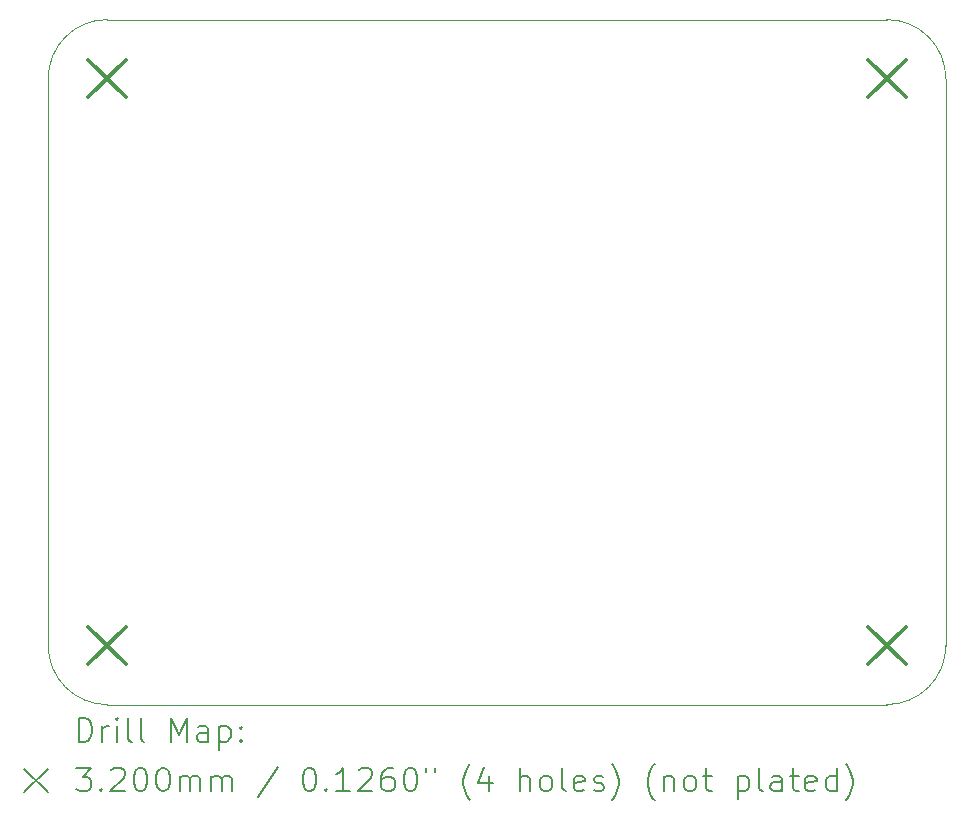
<source format=gbr>
%TF.GenerationSoftware,KiCad,Pcbnew,8.0.7*%
%TF.CreationDate,2024-12-28T15:19:10+07:00*%
%TF.ProjectId,Teensy4.0PCB,5465656e-7379-4342-9e30-5043422e6b69,rev?*%
%TF.SameCoordinates,Original*%
%TF.FileFunction,Drillmap*%
%TF.FilePolarity,Positive*%
%FSLAX45Y45*%
G04 Gerber Fmt 4.5, Leading zero omitted, Abs format (unit mm)*
G04 Created by KiCad (PCBNEW 8.0.7) date 2024-12-28 15:19:10*
%MOMM*%
%LPD*%
G01*
G04 APERTURE LIST*
%ADD10C,0.050000*%
%ADD11C,0.200000*%
%ADD12C,0.320000*%
G04 APERTURE END LIST*
D10*
X18000000Y-6620000D02*
X11400000Y-6620000D01*
X18500000Y-11920000D02*
X18500000Y-7120000D01*
X11400000Y-12420000D02*
G75*
G02*
X10900000Y-11920000I0J500000D01*
G01*
X11400000Y-12420000D02*
X18000000Y-12420000D01*
X18500000Y-11920000D02*
G75*
G02*
X18000000Y-12420000I-500000J0D01*
G01*
X10900000Y-7120000D02*
G75*
G02*
X11400000Y-6620000I500000J0D01*
G01*
X10900000Y-7120000D02*
X10900000Y-11920000D01*
X18000000Y-6620000D02*
G75*
G02*
X18500000Y-7120000I0J-500000D01*
G01*
D11*
D12*
X11240000Y-6960000D02*
X11560000Y-7280000D01*
X11560000Y-6960000D02*
X11240000Y-7280000D01*
X11240000Y-11760000D02*
X11560000Y-12080000D01*
X11560000Y-11760000D02*
X11240000Y-12080000D01*
X17840000Y-6960000D02*
X18160000Y-7280000D01*
X18160000Y-6960000D02*
X17840000Y-7280000D01*
X17840000Y-11760000D02*
X18160000Y-12080000D01*
X18160000Y-11760000D02*
X17840000Y-12080000D01*
D11*
X11158277Y-12733984D02*
X11158277Y-12533984D01*
X11158277Y-12533984D02*
X11205896Y-12533984D01*
X11205896Y-12533984D02*
X11234467Y-12543508D01*
X11234467Y-12543508D02*
X11253515Y-12562555D01*
X11253515Y-12562555D02*
X11263039Y-12581603D01*
X11263039Y-12581603D02*
X11272562Y-12619698D01*
X11272562Y-12619698D02*
X11272562Y-12648269D01*
X11272562Y-12648269D02*
X11263039Y-12686365D01*
X11263039Y-12686365D02*
X11253515Y-12705412D01*
X11253515Y-12705412D02*
X11234467Y-12724460D01*
X11234467Y-12724460D02*
X11205896Y-12733984D01*
X11205896Y-12733984D02*
X11158277Y-12733984D01*
X11358277Y-12733984D02*
X11358277Y-12600650D01*
X11358277Y-12638746D02*
X11367801Y-12619698D01*
X11367801Y-12619698D02*
X11377324Y-12610174D01*
X11377324Y-12610174D02*
X11396372Y-12600650D01*
X11396372Y-12600650D02*
X11415420Y-12600650D01*
X11482086Y-12733984D02*
X11482086Y-12600650D01*
X11482086Y-12533984D02*
X11472562Y-12543508D01*
X11472562Y-12543508D02*
X11482086Y-12553031D01*
X11482086Y-12553031D02*
X11491610Y-12543508D01*
X11491610Y-12543508D02*
X11482086Y-12533984D01*
X11482086Y-12533984D02*
X11482086Y-12553031D01*
X11605896Y-12733984D02*
X11586848Y-12724460D01*
X11586848Y-12724460D02*
X11577324Y-12705412D01*
X11577324Y-12705412D02*
X11577324Y-12533984D01*
X11710658Y-12733984D02*
X11691610Y-12724460D01*
X11691610Y-12724460D02*
X11682086Y-12705412D01*
X11682086Y-12705412D02*
X11682086Y-12533984D01*
X11939229Y-12733984D02*
X11939229Y-12533984D01*
X11939229Y-12533984D02*
X12005896Y-12676841D01*
X12005896Y-12676841D02*
X12072562Y-12533984D01*
X12072562Y-12533984D02*
X12072562Y-12733984D01*
X12253515Y-12733984D02*
X12253515Y-12629222D01*
X12253515Y-12629222D02*
X12243991Y-12610174D01*
X12243991Y-12610174D02*
X12224943Y-12600650D01*
X12224943Y-12600650D02*
X12186848Y-12600650D01*
X12186848Y-12600650D02*
X12167801Y-12610174D01*
X12253515Y-12724460D02*
X12234467Y-12733984D01*
X12234467Y-12733984D02*
X12186848Y-12733984D01*
X12186848Y-12733984D02*
X12167801Y-12724460D01*
X12167801Y-12724460D02*
X12158277Y-12705412D01*
X12158277Y-12705412D02*
X12158277Y-12686365D01*
X12158277Y-12686365D02*
X12167801Y-12667317D01*
X12167801Y-12667317D02*
X12186848Y-12657793D01*
X12186848Y-12657793D02*
X12234467Y-12657793D01*
X12234467Y-12657793D02*
X12253515Y-12648269D01*
X12348753Y-12600650D02*
X12348753Y-12800650D01*
X12348753Y-12610174D02*
X12367801Y-12600650D01*
X12367801Y-12600650D02*
X12405896Y-12600650D01*
X12405896Y-12600650D02*
X12424943Y-12610174D01*
X12424943Y-12610174D02*
X12434467Y-12619698D01*
X12434467Y-12619698D02*
X12443991Y-12638746D01*
X12443991Y-12638746D02*
X12443991Y-12695888D01*
X12443991Y-12695888D02*
X12434467Y-12714936D01*
X12434467Y-12714936D02*
X12424943Y-12724460D01*
X12424943Y-12724460D02*
X12405896Y-12733984D01*
X12405896Y-12733984D02*
X12367801Y-12733984D01*
X12367801Y-12733984D02*
X12348753Y-12724460D01*
X12529705Y-12714936D02*
X12539229Y-12724460D01*
X12539229Y-12724460D02*
X12529705Y-12733984D01*
X12529705Y-12733984D02*
X12520182Y-12724460D01*
X12520182Y-12724460D02*
X12529705Y-12714936D01*
X12529705Y-12714936D02*
X12529705Y-12733984D01*
X12529705Y-12610174D02*
X12539229Y-12619698D01*
X12539229Y-12619698D02*
X12529705Y-12629222D01*
X12529705Y-12629222D02*
X12520182Y-12619698D01*
X12520182Y-12619698D02*
X12529705Y-12610174D01*
X12529705Y-12610174D02*
X12529705Y-12629222D01*
X10697500Y-12962500D02*
X10897500Y-13162500D01*
X10897500Y-12962500D02*
X10697500Y-13162500D01*
X11139229Y-12953984D02*
X11263039Y-12953984D01*
X11263039Y-12953984D02*
X11196372Y-13030174D01*
X11196372Y-13030174D02*
X11224943Y-13030174D01*
X11224943Y-13030174D02*
X11243991Y-13039698D01*
X11243991Y-13039698D02*
X11253515Y-13049222D01*
X11253515Y-13049222D02*
X11263039Y-13068269D01*
X11263039Y-13068269D02*
X11263039Y-13115888D01*
X11263039Y-13115888D02*
X11253515Y-13134936D01*
X11253515Y-13134936D02*
X11243991Y-13144460D01*
X11243991Y-13144460D02*
X11224943Y-13153984D01*
X11224943Y-13153984D02*
X11167801Y-13153984D01*
X11167801Y-13153984D02*
X11148753Y-13144460D01*
X11148753Y-13144460D02*
X11139229Y-13134936D01*
X11348753Y-13134936D02*
X11358277Y-13144460D01*
X11358277Y-13144460D02*
X11348753Y-13153984D01*
X11348753Y-13153984D02*
X11339229Y-13144460D01*
X11339229Y-13144460D02*
X11348753Y-13134936D01*
X11348753Y-13134936D02*
X11348753Y-13153984D01*
X11434467Y-12973031D02*
X11443991Y-12963508D01*
X11443991Y-12963508D02*
X11463039Y-12953984D01*
X11463039Y-12953984D02*
X11510658Y-12953984D01*
X11510658Y-12953984D02*
X11529705Y-12963508D01*
X11529705Y-12963508D02*
X11539229Y-12973031D01*
X11539229Y-12973031D02*
X11548753Y-12992079D01*
X11548753Y-12992079D02*
X11548753Y-13011127D01*
X11548753Y-13011127D02*
X11539229Y-13039698D01*
X11539229Y-13039698D02*
X11424943Y-13153984D01*
X11424943Y-13153984D02*
X11548753Y-13153984D01*
X11672562Y-12953984D02*
X11691610Y-12953984D01*
X11691610Y-12953984D02*
X11710658Y-12963508D01*
X11710658Y-12963508D02*
X11720182Y-12973031D01*
X11720182Y-12973031D02*
X11729705Y-12992079D01*
X11729705Y-12992079D02*
X11739229Y-13030174D01*
X11739229Y-13030174D02*
X11739229Y-13077793D01*
X11739229Y-13077793D02*
X11729705Y-13115888D01*
X11729705Y-13115888D02*
X11720182Y-13134936D01*
X11720182Y-13134936D02*
X11710658Y-13144460D01*
X11710658Y-13144460D02*
X11691610Y-13153984D01*
X11691610Y-13153984D02*
X11672562Y-13153984D01*
X11672562Y-13153984D02*
X11653515Y-13144460D01*
X11653515Y-13144460D02*
X11643991Y-13134936D01*
X11643991Y-13134936D02*
X11634467Y-13115888D01*
X11634467Y-13115888D02*
X11624943Y-13077793D01*
X11624943Y-13077793D02*
X11624943Y-13030174D01*
X11624943Y-13030174D02*
X11634467Y-12992079D01*
X11634467Y-12992079D02*
X11643991Y-12973031D01*
X11643991Y-12973031D02*
X11653515Y-12963508D01*
X11653515Y-12963508D02*
X11672562Y-12953984D01*
X11863039Y-12953984D02*
X11882086Y-12953984D01*
X11882086Y-12953984D02*
X11901134Y-12963508D01*
X11901134Y-12963508D02*
X11910658Y-12973031D01*
X11910658Y-12973031D02*
X11920182Y-12992079D01*
X11920182Y-12992079D02*
X11929705Y-13030174D01*
X11929705Y-13030174D02*
X11929705Y-13077793D01*
X11929705Y-13077793D02*
X11920182Y-13115888D01*
X11920182Y-13115888D02*
X11910658Y-13134936D01*
X11910658Y-13134936D02*
X11901134Y-13144460D01*
X11901134Y-13144460D02*
X11882086Y-13153984D01*
X11882086Y-13153984D02*
X11863039Y-13153984D01*
X11863039Y-13153984D02*
X11843991Y-13144460D01*
X11843991Y-13144460D02*
X11834467Y-13134936D01*
X11834467Y-13134936D02*
X11824943Y-13115888D01*
X11824943Y-13115888D02*
X11815420Y-13077793D01*
X11815420Y-13077793D02*
X11815420Y-13030174D01*
X11815420Y-13030174D02*
X11824943Y-12992079D01*
X11824943Y-12992079D02*
X11834467Y-12973031D01*
X11834467Y-12973031D02*
X11843991Y-12963508D01*
X11843991Y-12963508D02*
X11863039Y-12953984D01*
X12015420Y-13153984D02*
X12015420Y-13020650D01*
X12015420Y-13039698D02*
X12024943Y-13030174D01*
X12024943Y-13030174D02*
X12043991Y-13020650D01*
X12043991Y-13020650D02*
X12072563Y-13020650D01*
X12072563Y-13020650D02*
X12091610Y-13030174D01*
X12091610Y-13030174D02*
X12101134Y-13049222D01*
X12101134Y-13049222D02*
X12101134Y-13153984D01*
X12101134Y-13049222D02*
X12110658Y-13030174D01*
X12110658Y-13030174D02*
X12129705Y-13020650D01*
X12129705Y-13020650D02*
X12158277Y-13020650D01*
X12158277Y-13020650D02*
X12177324Y-13030174D01*
X12177324Y-13030174D02*
X12186848Y-13049222D01*
X12186848Y-13049222D02*
X12186848Y-13153984D01*
X12282086Y-13153984D02*
X12282086Y-13020650D01*
X12282086Y-13039698D02*
X12291610Y-13030174D01*
X12291610Y-13030174D02*
X12310658Y-13020650D01*
X12310658Y-13020650D02*
X12339229Y-13020650D01*
X12339229Y-13020650D02*
X12358277Y-13030174D01*
X12358277Y-13030174D02*
X12367801Y-13049222D01*
X12367801Y-13049222D02*
X12367801Y-13153984D01*
X12367801Y-13049222D02*
X12377324Y-13030174D01*
X12377324Y-13030174D02*
X12396372Y-13020650D01*
X12396372Y-13020650D02*
X12424943Y-13020650D01*
X12424943Y-13020650D02*
X12443991Y-13030174D01*
X12443991Y-13030174D02*
X12453515Y-13049222D01*
X12453515Y-13049222D02*
X12453515Y-13153984D01*
X12843991Y-12944460D02*
X12672563Y-13201603D01*
X13101134Y-12953984D02*
X13120182Y-12953984D01*
X13120182Y-12953984D02*
X13139229Y-12963508D01*
X13139229Y-12963508D02*
X13148753Y-12973031D01*
X13148753Y-12973031D02*
X13158277Y-12992079D01*
X13158277Y-12992079D02*
X13167801Y-13030174D01*
X13167801Y-13030174D02*
X13167801Y-13077793D01*
X13167801Y-13077793D02*
X13158277Y-13115888D01*
X13158277Y-13115888D02*
X13148753Y-13134936D01*
X13148753Y-13134936D02*
X13139229Y-13144460D01*
X13139229Y-13144460D02*
X13120182Y-13153984D01*
X13120182Y-13153984D02*
X13101134Y-13153984D01*
X13101134Y-13153984D02*
X13082086Y-13144460D01*
X13082086Y-13144460D02*
X13072563Y-13134936D01*
X13072563Y-13134936D02*
X13063039Y-13115888D01*
X13063039Y-13115888D02*
X13053515Y-13077793D01*
X13053515Y-13077793D02*
X13053515Y-13030174D01*
X13053515Y-13030174D02*
X13063039Y-12992079D01*
X13063039Y-12992079D02*
X13072563Y-12973031D01*
X13072563Y-12973031D02*
X13082086Y-12963508D01*
X13082086Y-12963508D02*
X13101134Y-12953984D01*
X13253515Y-13134936D02*
X13263039Y-13144460D01*
X13263039Y-13144460D02*
X13253515Y-13153984D01*
X13253515Y-13153984D02*
X13243991Y-13144460D01*
X13243991Y-13144460D02*
X13253515Y-13134936D01*
X13253515Y-13134936D02*
X13253515Y-13153984D01*
X13453515Y-13153984D02*
X13339229Y-13153984D01*
X13396372Y-13153984D02*
X13396372Y-12953984D01*
X13396372Y-12953984D02*
X13377325Y-12982555D01*
X13377325Y-12982555D02*
X13358277Y-13001603D01*
X13358277Y-13001603D02*
X13339229Y-13011127D01*
X13529706Y-12973031D02*
X13539229Y-12963508D01*
X13539229Y-12963508D02*
X13558277Y-12953984D01*
X13558277Y-12953984D02*
X13605896Y-12953984D01*
X13605896Y-12953984D02*
X13624944Y-12963508D01*
X13624944Y-12963508D02*
X13634467Y-12973031D01*
X13634467Y-12973031D02*
X13643991Y-12992079D01*
X13643991Y-12992079D02*
X13643991Y-13011127D01*
X13643991Y-13011127D02*
X13634467Y-13039698D01*
X13634467Y-13039698D02*
X13520182Y-13153984D01*
X13520182Y-13153984D02*
X13643991Y-13153984D01*
X13815420Y-12953984D02*
X13777325Y-12953984D01*
X13777325Y-12953984D02*
X13758277Y-12963508D01*
X13758277Y-12963508D02*
X13748753Y-12973031D01*
X13748753Y-12973031D02*
X13729706Y-13001603D01*
X13729706Y-13001603D02*
X13720182Y-13039698D01*
X13720182Y-13039698D02*
X13720182Y-13115888D01*
X13720182Y-13115888D02*
X13729706Y-13134936D01*
X13729706Y-13134936D02*
X13739229Y-13144460D01*
X13739229Y-13144460D02*
X13758277Y-13153984D01*
X13758277Y-13153984D02*
X13796372Y-13153984D01*
X13796372Y-13153984D02*
X13815420Y-13144460D01*
X13815420Y-13144460D02*
X13824944Y-13134936D01*
X13824944Y-13134936D02*
X13834467Y-13115888D01*
X13834467Y-13115888D02*
X13834467Y-13068269D01*
X13834467Y-13068269D02*
X13824944Y-13049222D01*
X13824944Y-13049222D02*
X13815420Y-13039698D01*
X13815420Y-13039698D02*
X13796372Y-13030174D01*
X13796372Y-13030174D02*
X13758277Y-13030174D01*
X13758277Y-13030174D02*
X13739229Y-13039698D01*
X13739229Y-13039698D02*
X13729706Y-13049222D01*
X13729706Y-13049222D02*
X13720182Y-13068269D01*
X13958277Y-12953984D02*
X13977325Y-12953984D01*
X13977325Y-12953984D02*
X13996372Y-12963508D01*
X13996372Y-12963508D02*
X14005896Y-12973031D01*
X14005896Y-12973031D02*
X14015420Y-12992079D01*
X14015420Y-12992079D02*
X14024944Y-13030174D01*
X14024944Y-13030174D02*
X14024944Y-13077793D01*
X14024944Y-13077793D02*
X14015420Y-13115888D01*
X14015420Y-13115888D02*
X14005896Y-13134936D01*
X14005896Y-13134936D02*
X13996372Y-13144460D01*
X13996372Y-13144460D02*
X13977325Y-13153984D01*
X13977325Y-13153984D02*
X13958277Y-13153984D01*
X13958277Y-13153984D02*
X13939229Y-13144460D01*
X13939229Y-13144460D02*
X13929706Y-13134936D01*
X13929706Y-13134936D02*
X13920182Y-13115888D01*
X13920182Y-13115888D02*
X13910658Y-13077793D01*
X13910658Y-13077793D02*
X13910658Y-13030174D01*
X13910658Y-13030174D02*
X13920182Y-12992079D01*
X13920182Y-12992079D02*
X13929706Y-12973031D01*
X13929706Y-12973031D02*
X13939229Y-12963508D01*
X13939229Y-12963508D02*
X13958277Y-12953984D01*
X14101134Y-12953984D02*
X14101134Y-12992079D01*
X14177325Y-12953984D02*
X14177325Y-12992079D01*
X14472563Y-13230174D02*
X14463039Y-13220650D01*
X14463039Y-13220650D02*
X14443991Y-13192079D01*
X14443991Y-13192079D02*
X14434468Y-13173031D01*
X14434468Y-13173031D02*
X14424944Y-13144460D01*
X14424944Y-13144460D02*
X14415420Y-13096841D01*
X14415420Y-13096841D02*
X14415420Y-13058746D01*
X14415420Y-13058746D02*
X14424944Y-13011127D01*
X14424944Y-13011127D02*
X14434468Y-12982555D01*
X14434468Y-12982555D02*
X14443991Y-12963508D01*
X14443991Y-12963508D02*
X14463039Y-12934936D01*
X14463039Y-12934936D02*
X14472563Y-12925412D01*
X14634468Y-13020650D02*
X14634468Y-13153984D01*
X14586848Y-12944460D02*
X14539229Y-13087317D01*
X14539229Y-13087317D02*
X14663039Y-13087317D01*
X14891610Y-13153984D02*
X14891610Y-12953984D01*
X14977325Y-13153984D02*
X14977325Y-13049222D01*
X14977325Y-13049222D02*
X14967801Y-13030174D01*
X14967801Y-13030174D02*
X14948753Y-13020650D01*
X14948753Y-13020650D02*
X14920182Y-13020650D01*
X14920182Y-13020650D02*
X14901134Y-13030174D01*
X14901134Y-13030174D02*
X14891610Y-13039698D01*
X15101134Y-13153984D02*
X15082087Y-13144460D01*
X15082087Y-13144460D02*
X15072563Y-13134936D01*
X15072563Y-13134936D02*
X15063039Y-13115888D01*
X15063039Y-13115888D02*
X15063039Y-13058746D01*
X15063039Y-13058746D02*
X15072563Y-13039698D01*
X15072563Y-13039698D02*
X15082087Y-13030174D01*
X15082087Y-13030174D02*
X15101134Y-13020650D01*
X15101134Y-13020650D02*
X15129706Y-13020650D01*
X15129706Y-13020650D02*
X15148753Y-13030174D01*
X15148753Y-13030174D02*
X15158277Y-13039698D01*
X15158277Y-13039698D02*
X15167801Y-13058746D01*
X15167801Y-13058746D02*
X15167801Y-13115888D01*
X15167801Y-13115888D02*
X15158277Y-13134936D01*
X15158277Y-13134936D02*
X15148753Y-13144460D01*
X15148753Y-13144460D02*
X15129706Y-13153984D01*
X15129706Y-13153984D02*
X15101134Y-13153984D01*
X15282087Y-13153984D02*
X15263039Y-13144460D01*
X15263039Y-13144460D02*
X15253515Y-13125412D01*
X15253515Y-13125412D02*
X15253515Y-12953984D01*
X15434468Y-13144460D02*
X15415420Y-13153984D01*
X15415420Y-13153984D02*
X15377325Y-13153984D01*
X15377325Y-13153984D02*
X15358277Y-13144460D01*
X15358277Y-13144460D02*
X15348753Y-13125412D01*
X15348753Y-13125412D02*
X15348753Y-13049222D01*
X15348753Y-13049222D02*
X15358277Y-13030174D01*
X15358277Y-13030174D02*
X15377325Y-13020650D01*
X15377325Y-13020650D02*
X15415420Y-13020650D01*
X15415420Y-13020650D02*
X15434468Y-13030174D01*
X15434468Y-13030174D02*
X15443991Y-13049222D01*
X15443991Y-13049222D02*
X15443991Y-13068269D01*
X15443991Y-13068269D02*
X15348753Y-13087317D01*
X15520182Y-13144460D02*
X15539230Y-13153984D01*
X15539230Y-13153984D02*
X15577325Y-13153984D01*
X15577325Y-13153984D02*
X15596372Y-13144460D01*
X15596372Y-13144460D02*
X15605896Y-13125412D01*
X15605896Y-13125412D02*
X15605896Y-13115888D01*
X15605896Y-13115888D02*
X15596372Y-13096841D01*
X15596372Y-13096841D02*
X15577325Y-13087317D01*
X15577325Y-13087317D02*
X15548753Y-13087317D01*
X15548753Y-13087317D02*
X15529706Y-13077793D01*
X15529706Y-13077793D02*
X15520182Y-13058746D01*
X15520182Y-13058746D02*
X15520182Y-13049222D01*
X15520182Y-13049222D02*
X15529706Y-13030174D01*
X15529706Y-13030174D02*
X15548753Y-13020650D01*
X15548753Y-13020650D02*
X15577325Y-13020650D01*
X15577325Y-13020650D02*
X15596372Y-13030174D01*
X15672563Y-13230174D02*
X15682087Y-13220650D01*
X15682087Y-13220650D02*
X15701134Y-13192079D01*
X15701134Y-13192079D02*
X15710658Y-13173031D01*
X15710658Y-13173031D02*
X15720182Y-13144460D01*
X15720182Y-13144460D02*
X15729706Y-13096841D01*
X15729706Y-13096841D02*
X15729706Y-13058746D01*
X15729706Y-13058746D02*
X15720182Y-13011127D01*
X15720182Y-13011127D02*
X15710658Y-12982555D01*
X15710658Y-12982555D02*
X15701134Y-12963508D01*
X15701134Y-12963508D02*
X15682087Y-12934936D01*
X15682087Y-12934936D02*
X15672563Y-12925412D01*
X16034468Y-13230174D02*
X16024944Y-13220650D01*
X16024944Y-13220650D02*
X16005896Y-13192079D01*
X16005896Y-13192079D02*
X15996372Y-13173031D01*
X15996372Y-13173031D02*
X15986849Y-13144460D01*
X15986849Y-13144460D02*
X15977325Y-13096841D01*
X15977325Y-13096841D02*
X15977325Y-13058746D01*
X15977325Y-13058746D02*
X15986849Y-13011127D01*
X15986849Y-13011127D02*
X15996372Y-12982555D01*
X15996372Y-12982555D02*
X16005896Y-12963508D01*
X16005896Y-12963508D02*
X16024944Y-12934936D01*
X16024944Y-12934936D02*
X16034468Y-12925412D01*
X16110658Y-13020650D02*
X16110658Y-13153984D01*
X16110658Y-13039698D02*
X16120182Y-13030174D01*
X16120182Y-13030174D02*
X16139230Y-13020650D01*
X16139230Y-13020650D02*
X16167801Y-13020650D01*
X16167801Y-13020650D02*
X16186849Y-13030174D01*
X16186849Y-13030174D02*
X16196372Y-13049222D01*
X16196372Y-13049222D02*
X16196372Y-13153984D01*
X16320182Y-13153984D02*
X16301134Y-13144460D01*
X16301134Y-13144460D02*
X16291611Y-13134936D01*
X16291611Y-13134936D02*
X16282087Y-13115888D01*
X16282087Y-13115888D02*
X16282087Y-13058746D01*
X16282087Y-13058746D02*
X16291611Y-13039698D01*
X16291611Y-13039698D02*
X16301134Y-13030174D01*
X16301134Y-13030174D02*
X16320182Y-13020650D01*
X16320182Y-13020650D02*
X16348753Y-13020650D01*
X16348753Y-13020650D02*
X16367801Y-13030174D01*
X16367801Y-13030174D02*
X16377325Y-13039698D01*
X16377325Y-13039698D02*
X16386849Y-13058746D01*
X16386849Y-13058746D02*
X16386849Y-13115888D01*
X16386849Y-13115888D02*
X16377325Y-13134936D01*
X16377325Y-13134936D02*
X16367801Y-13144460D01*
X16367801Y-13144460D02*
X16348753Y-13153984D01*
X16348753Y-13153984D02*
X16320182Y-13153984D01*
X16443992Y-13020650D02*
X16520182Y-13020650D01*
X16472563Y-12953984D02*
X16472563Y-13125412D01*
X16472563Y-13125412D02*
X16482087Y-13144460D01*
X16482087Y-13144460D02*
X16501134Y-13153984D01*
X16501134Y-13153984D02*
X16520182Y-13153984D01*
X16739230Y-13020650D02*
X16739230Y-13220650D01*
X16739230Y-13030174D02*
X16758277Y-13020650D01*
X16758277Y-13020650D02*
X16796373Y-13020650D01*
X16796373Y-13020650D02*
X16815420Y-13030174D01*
X16815420Y-13030174D02*
X16824944Y-13039698D01*
X16824944Y-13039698D02*
X16834468Y-13058746D01*
X16834468Y-13058746D02*
X16834468Y-13115888D01*
X16834468Y-13115888D02*
X16824944Y-13134936D01*
X16824944Y-13134936D02*
X16815420Y-13144460D01*
X16815420Y-13144460D02*
X16796373Y-13153984D01*
X16796373Y-13153984D02*
X16758277Y-13153984D01*
X16758277Y-13153984D02*
X16739230Y-13144460D01*
X16948754Y-13153984D02*
X16929706Y-13144460D01*
X16929706Y-13144460D02*
X16920182Y-13125412D01*
X16920182Y-13125412D02*
X16920182Y-12953984D01*
X17110658Y-13153984D02*
X17110658Y-13049222D01*
X17110658Y-13049222D02*
X17101135Y-13030174D01*
X17101135Y-13030174D02*
X17082087Y-13020650D01*
X17082087Y-13020650D02*
X17043992Y-13020650D01*
X17043992Y-13020650D02*
X17024944Y-13030174D01*
X17110658Y-13144460D02*
X17091611Y-13153984D01*
X17091611Y-13153984D02*
X17043992Y-13153984D01*
X17043992Y-13153984D02*
X17024944Y-13144460D01*
X17024944Y-13144460D02*
X17015420Y-13125412D01*
X17015420Y-13125412D02*
X17015420Y-13106365D01*
X17015420Y-13106365D02*
X17024944Y-13087317D01*
X17024944Y-13087317D02*
X17043992Y-13077793D01*
X17043992Y-13077793D02*
X17091611Y-13077793D01*
X17091611Y-13077793D02*
X17110658Y-13068269D01*
X17177325Y-13020650D02*
X17253515Y-13020650D01*
X17205896Y-12953984D02*
X17205896Y-13125412D01*
X17205896Y-13125412D02*
X17215420Y-13144460D01*
X17215420Y-13144460D02*
X17234468Y-13153984D01*
X17234468Y-13153984D02*
X17253515Y-13153984D01*
X17396373Y-13144460D02*
X17377325Y-13153984D01*
X17377325Y-13153984D02*
X17339230Y-13153984D01*
X17339230Y-13153984D02*
X17320182Y-13144460D01*
X17320182Y-13144460D02*
X17310658Y-13125412D01*
X17310658Y-13125412D02*
X17310658Y-13049222D01*
X17310658Y-13049222D02*
X17320182Y-13030174D01*
X17320182Y-13030174D02*
X17339230Y-13020650D01*
X17339230Y-13020650D02*
X17377325Y-13020650D01*
X17377325Y-13020650D02*
X17396373Y-13030174D01*
X17396373Y-13030174D02*
X17405896Y-13049222D01*
X17405896Y-13049222D02*
X17405896Y-13068269D01*
X17405896Y-13068269D02*
X17310658Y-13087317D01*
X17577325Y-13153984D02*
X17577325Y-12953984D01*
X17577325Y-13144460D02*
X17558277Y-13153984D01*
X17558277Y-13153984D02*
X17520182Y-13153984D01*
X17520182Y-13153984D02*
X17501135Y-13144460D01*
X17501135Y-13144460D02*
X17491611Y-13134936D01*
X17491611Y-13134936D02*
X17482087Y-13115888D01*
X17482087Y-13115888D02*
X17482087Y-13058746D01*
X17482087Y-13058746D02*
X17491611Y-13039698D01*
X17491611Y-13039698D02*
X17501135Y-13030174D01*
X17501135Y-13030174D02*
X17520182Y-13020650D01*
X17520182Y-13020650D02*
X17558277Y-13020650D01*
X17558277Y-13020650D02*
X17577325Y-13030174D01*
X17653516Y-13230174D02*
X17663039Y-13220650D01*
X17663039Y-13220650D02*
X17682087Y-13192079D01*
X17682087Y-13192079D02*
X17691611Y-13173031D01*
X17691611Y-13173031D02*
X17701135Y-13144460D01*
X17701135Y-13144460D02*
X17710658Y-13096841D01*
X17710658Y-13096841D02*
X17710658Y-13058746D01*
X17710658Y-13058746D02*
X17701135Y-13011127D01*
X17701135Y-13011127D02*
X17691611Y-12982555D01*
X17691611Y-12982555D02*
X17682087Y-12963508D01*
X17682087Y-12963508D02*
X17663039Y-12934936D01*
X17663039Y-12934936D02*
X17653516Y-12925412D01*
M02*

</source>
